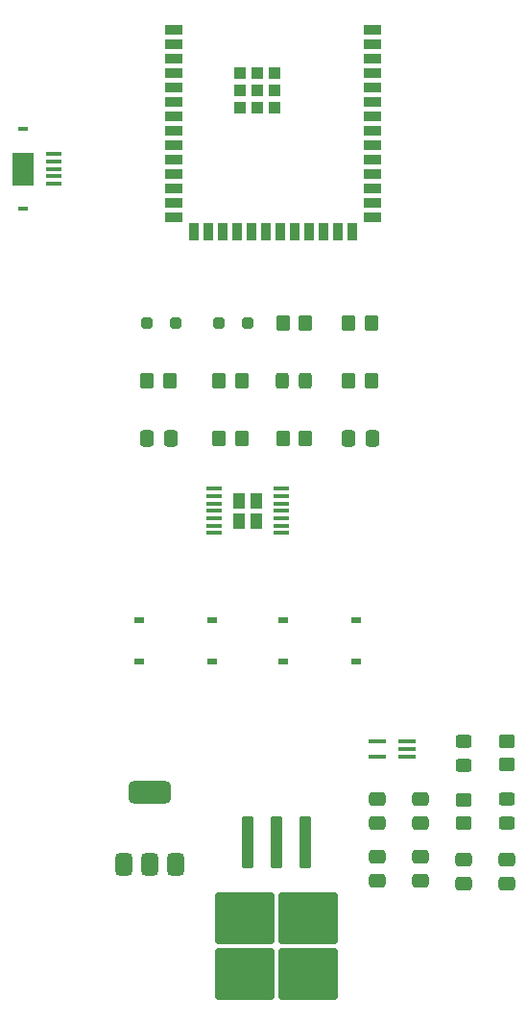
<source format=gbr>
%TF.GenerationSoftware,KiCad,Pcbnew,8.0.5*%
%TF.CreationDate,2024-10-10T20:32:43-06:00*%
%TF.ProjectId,PancakeCNCPCB,50616e63-616b-4654-934e-435043422e6b,rev?*%
%TF.SameCoordinates,Original*%
%TF.FileFunction,Paste,Top*%
%TF.FilePolarity,Positive*%
%FSLAX46Y46*%
G04 Gerber Fmt 4.6, Leading zero omitted, Abs format (unit mm)*
G04 Created by KiCad (PCBNEW 8.0.5) date 2024-10-10 20:32:43*
%MOMM*%
%LPD*%
G01*
G04 APERTURE LIST*
G04 Aperture macros list*
%AMRoundRect*
0 Rectangle with rounded corners*
0 $1 Rounding radius*
0 $2 $3 $4 $5 $6 $7 $8 $9 X,Y pos of 4 corners*
0 Add a 4 corners polygon primitive as box body*
4,1,4,$2,$3,$4,$5,$6,$7,$8,$9,$2,$3,0*
0 Add four circle primitives for the rounded corners*
1,1,$1+$1,$2,$3*
1,1,$1+$1,$4,$5*
1,1,$1+$1,$6,$7*
1,1,$1+$1,$8,$9*
0 Add four rect primitives between the rounded corners*
20,1,$1+$1,$2,$3,$4,$5,0*
20,1,$1+$1,$4,$5,$6,$7,0*
20,1,$1+$1,$6,$7,$8,$9,0*
20,1,$1+$1,$8,$9,$2,$3,0*%
G04 Aperture macros list end*
%ADD10R,1.500000X0.900000*%
%ADD11R,0.900000X1.500000*%
%ADD12R,1.000000X1.000000*%
%ADD13R,1.900000X2.900000*%
%ADD14R,1.350000X0.400000*%
%ADD15R,0.850000X0.300000*%
%ADD16RoundRect,0.250000X-0.450000X0.350000X-0.450000X-0.350000X0.450000X-0.350000X0.450000X0.350000X0*%
%ADD17R,0.952500X0.558800*%
%ADD18RoundRect,0.250000X-0.450000X0.325000X-0.450000X-0.325000X0.450000X-0.325000X0.450000X0.325000X0*%
%ADD19RoundRect,0.250000X-0.350000X-0.450000X0.350000X-0.450000X0.350000X0.450000X-0.350000X0.450000X0*%
%ADD20RoundRect,0.250000X-0.300000X2.050000X-0.300000X-2.050000X0.300000X-2.050000X0.300000X2.050000X0*%
%ADD21RoundRect,0.250000X-2.375000X2.025000X-2.375000X-2.025000X2.375000X-2.025000X2.375000X2.025000X0*%
%ADD22RoundRect,0.250000X-0.325000X-0.450000X0.325000X-0.450000X0.325000X0.450000X-0.325000X0.450000X0*%
%ADD23RoundRect,0.250000X-0.475000X0.337500X-0.475000X-0.337500X0.475000X-0.337500X0.475000X0.337500X0*%
%ADD24RoundRect,0.250000X-0.337500X-0.475000X0.337500X-0.475000X0.337500X0.475000X-0.337500X0.475000X0*%
%ADD25RoundRect,0.375000X0.375000X-0.625000X0.375000X0.625000X-0.375000X0.625000X-0.375000X-0.625000X0*%
%ADD26RoundRect,0.500000X1.400000X-0.500000X1.400000X0.500000X-1.400000X0.500000X-1.400000X-0.500000X0*%
%ADD27RoundRect,0.250000X0.475000X-0.337500X0.475000X0.337500X-0.475000X0.337500X-0.475000X-0.337500X0*%
%ADD28RoundRect,0.250000X0.250000X0.250000X-0.250000X0.250000X-0.250000X-0.250000X0.250000X-0.250000X0*%
%ADD29R,1.450000X0.450000*%
%ADD30R,1.100000X1.400000*%
%ADD31RoundRect,0.250000X0.450000X-0.325000X0.450000X0.325000X-0.450000X0.325000X-0.450000X-0.325000X0*%
%ADD32RoundRect,0.250000X-0.250000X-0.250000X0.250000X-0.250000X0.250000X0.250000X-0.250000X0.250000X0*%
%ADD33RoundRect,0.100000X0.650000X0.100000X-0.650000X0.100000X-0.650000X-0.100000X0.650000X-0.100000X0*%
G04 APERTURE END LIST*
D10*
%TO.C,U2*%
X44250000Y-47990000D03*
X44250000Y-49260000D03*
X44250000Y-50530000D03*
X44250000Y-51800000D03*
X44250000Y-53070000D03*
X44250000Y-54340000D03*
X44250000Y-55610000D03*
X44250000Y-56880000D03*
X44250000Y-58150000D03*
X44250000Y-59420000D03*
X44250000Y-60690000D03*
X44250000Y-61960000D03*
X44250000Y-63230000D03*
X44250000Y-64500000D03*
D11*
X46015000Y-65750000D03*
X47285000Y-65750000D03*
X48555000Y-65750000D03*
X49825000Y-65750000D03*
X51095000Y-65750000D03*
X52365000Y-65750000D03*
X53635000Y-65750000D03*
X54905000Y-65750000D03*
X56175000Y-65750000D03*
X57445000Y-65750000D03*
X58715000Y-65750000D03*
X59985000Y-65750000D03*
D10*
X61750000Y-64500000D03*
X61750000Y-63230000D03*
X61750000Y-61960000D03*
X61750000Y-60690000D03*
X61750000Y-59420000D03*
X61750000Y-58150000D03*
X61750000Y-56880000D03*
X61750000Y-55610000D03*
X61750000Y-54340000D03*
X61750000Y-53070000D03*
X61750000Y-51800000D03*
X61750000Y-50530000D03*
X61750000Y-49260000D03*
X61750000Y-47990000D03*
D12*
X50140000Y-51840000D03*
X50140000Y-53340000D03*
X50140000Y-54840000D03*
X51640000Y-51840000D03*
X51640000Y-53340000D03*
X51640000Y-54840000D03*
X53140000Y-51840000D03*
X53140000Y-53340000D03*
X53140000Y-54840000D03*
%TD*%
D13*
%TO.C,J1*%
X31000000Y-60255000D03*
D14*
X33675000Y-58955000D03*
X33675000Y-59605000D03*
X33675000Y-60255000D03*
X33675000Y-60905000D03*
X33675000Y-61555000D03*
D15*
X31000000Y-63755000D03*
X31000000Y-56755000D03*
%TD*%
D16*
%TO.C,R2*%
X73640000Y-110690000D03*
X73640000Y-112690000D03*
%TD*%
D17*
%TO.C,SW1*%
X41248650Y-99945800D03*
X47611350Y-99945800D03*
X41248650Y-103654200D03*
X47611350Y-103654200D03*
%TD*%
D18*
%TO.C,D1*%
X69830000Y-110690000D03*
X69830000Y-112740000D03*
%TD*%
D19*
%TO.C,R8*%
X41910000Y-78940000D03*
X43910000Y-78940000D03*
%TD*%
%TO.C,R9*%
X48260000Y-84020000D03*
X50260000Y-84020000D03*
%TD*%
D20*
%TO.C,U3*%
X55860000Y-119550000D03*
X53320000Y-119550000D03*
D21*
X56095000Y-126275000D03*
X50545000Y-126275000D03*
X56095000Y-131125000D03*
X50545000Y-131125000D03*
D20*
X50780000Y-119550000D03*
%TD*%
D22*
%TO.C,D5*%
X53830000Y-78940000D03*
X55880000Y-78940000D03*
%TD*%
D23*
%TO.C,C8*%
X69830000Y-121082500D03*
X69830000Y-123157500D03*
%TD*%
%TO.C,C3*%
X66020000Y-115770000D03*
X66020000Y-117845000D03*
%TD*%
D24*
%TO.C,C1*%
X41910000Y-84020000D03*
X43985000Y-84020000D03*
%TD*%
D19*
%TO.C,R7*%
X48260000Y-78940000D03*
X50260000Y-78940000D03*
%TD*%
D24*
%TO.C,C2*%
X59690000Y-84020000D03*
X61765000Y-84020000D03*
%TD*%
D23*
%TO.C,C4*%
X62210000Y-115770000D03*
X62210000Y-117845000D03*
%TD*%
D25*
%TO.C,U1*%
X39830000Y-121460000D03*
X42130000Y-121460000D03*
D26*
X42130000Y-115160000D03*
D25*
X44430000Y-121460000D03*
%TD*%
D17*
%TO.C,SW2*%
X53948650Y-99945800D03*
X60311350Y-99945800D03*
X53948650Y-103654200D03*
X60311350Y-103654200D03*
%TD*%
D16*
%TO.C,R1*%
X69830000Y-115845000D03*
X69830000Y-117845000D03*
%TD*%
D19*
%TO.C,R6*%
X59690000Y-73860000D03*
X61690000Y-73860000D03*
%TD*%
D27*
%TO.C,C5*%
X62210000Y-122925000D03*
X62210000Y-120850000D03*
%TD*%
D19*
%TO.C,R4*%
X53880000Y-73860000D03*
X55880000Y-73860000D03*
%TD*%
D28*
%TO.C,D4*%
X44410000Y-73860000D03*
X41910000Y-73860000D03*
%TD*%
D29*
%TO.C,U6*%
X47830000Y-88420000D03*
X47830000Y-89070000D03*
X47830000Y-89720000D03*
X47830000Y-90370000D03*
X47830000Y-91020000D03*
X47830000Y-91670000D03*
X47830000Y-92320000D03*
X53730000Y-92320000D03*
X53730000Y-91670000D03*
X53730000Y-91020000D03*
X53730000Y-90370000D03*
X53730000Y-89720000D03*
X53730000Y-89070000D03*
X53730000Y-88420000D03*
D30*
X50030000Y-89470000D03*
X50030000Y-91270000D03*
X51530000Y-89470000D03*
X51530000Y-91270000D03*
%TD*%
D31*
%TO.C,D2*%
X73640000Y-117820000D03*
X73640000Y-115770000D03*
%TD*%
D27*
%TO.C,C6*%
X66020000Y-122925000D03*
X66020000Y-120850000D03*
%TD*%
D32*
%TO.C,D3*%
X48280000Y-73860000D03*
X50780000Y-73860000D03*
%TD*%
D33*
%TO.C,U5*%
X64870000Y-111990000D03*
X64870000Y-111340000D03*
X64870000Y-110690000D03*
X62210000Y-110690000D03*
X62210000Y-111990000D03*
%TD*%
D19*
%TO.C,R3*%
X59690000Y-78940000D03*
X61690000Y-78940000D03*
%TD*%
D23*
%TO.C,C7*%
X73640000Y-121082500D03*
X73640000Y-123157500D03*
%TD*%
D19*
%TO.C,R5*%
X53880000Y-84020000D03*
X55880000Y-84020000D03*
%TD*%
M02*

</source>
